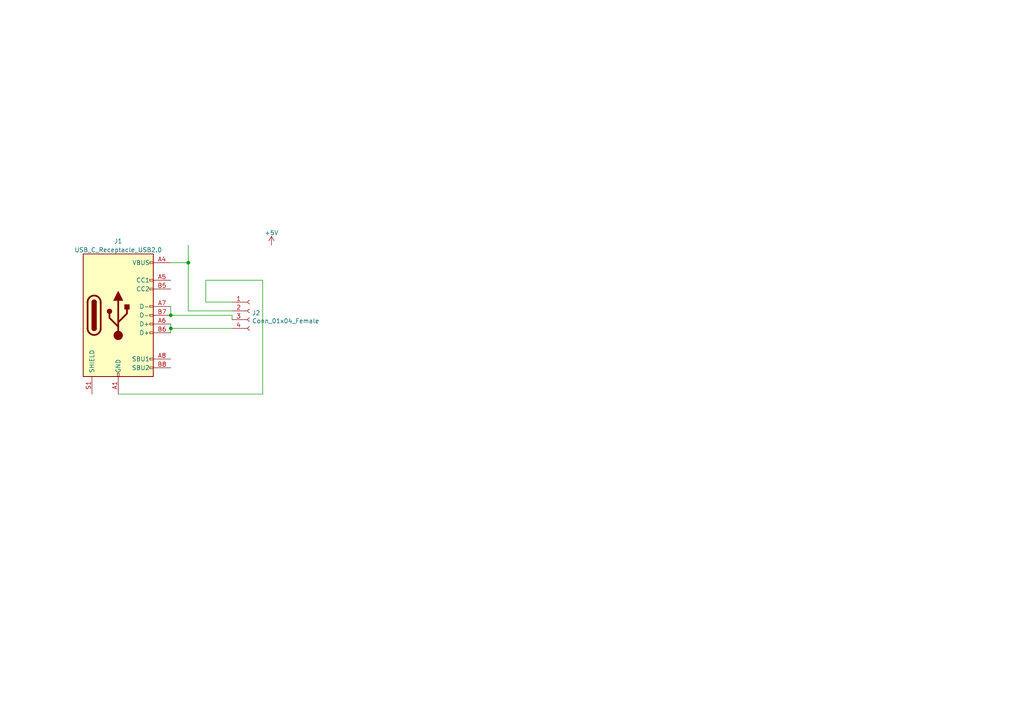
<source format=kicad_sch>
(kicad_sch (version 20211123) (generator eeschema)
  (paper "A4")
  (lib_symbols
    (symbol "Connector:Conn_01x04_Female" (pin_names (offset 1.016) hide)
      (property "Reference" "J" (at 0 5.08 0))
      (property "Value" "Conn_01x04_Female" (at 0 -7.62 0))
      (symbol "Conn_01x04_Female_1_1"
        (arc (start 0 -4.572) (mid -0.508 -5.08) (end 0 -5.588) (stroke (width 0.1524)))
        (arc (start 0 -2.032) (mid -0.508 -2.54) (end 0 -3.048) (stroke (width 0.1524)))
        (polyline (pts (xy -1.27 -5.08) (xy -0.508 -5.08)) (stroke (width 0.1524)))
        (polyline (pts (xy -1.27 -2.54) (xy -0.508 -2.54)) (stroke (width 0.1524)))
        (polyline (pts (xy -1.27 0) (xy -0.508 0)) (stroke (width 0.1524)))
        (polyline (pts (xy -1.27 2.54) (xy -0.508 2.54)) (stroke (width 0.1524)))
        (arc (start 0 0.508) (mid -0.508 0) (end 0 -0.508) (stroke (width 0.1524)))
        (arc (start 0 3.048) (mid -0.508 2.54) (end 0 2.032) (stroke (width 0.1524)))
        (pin passive line (at -5.08 2.54 0) (length 3.81) (name "Pin_1") (number "1"))
        (pin passive line (at -5.08 0 0) (length 3.81) (name "Pin_2") (number "2"))
        (pin passive line (at -5.08 -2.54 0) (length 3.81) (name "Pin_3") (number "3"))
        (pin passive line (at -5.08 -5.08 0) (length 3.81) (name "Pin_4") (number "4"))
      )
    )
    (symbol "Connector:USB_C_Receptacle_USB2.0" (pin_names (offset 1.016))
      (property "Reference" "J" (at -10.16 19.05 0))
      (property "Value" "USB_C_Receptacle_USB2.0" (at 19.05 19.05 0))
      (symbol "USB_C_Receptacle_USB2.0_0_0"
        (rectangle (start -0.254 -17.78) (end 0.254 -16.764))
        (rectangle (start 10.16 -14.986) (end 9.144 -15.494))
        (rectangle (start 10.16 -12.446) (end 9.144 -12.954))
        (rectangle (start 10.16 -4.826) (end 9.144 -5.334))
        (rectangle (start 10.16 -2.286) (end 9.144 -2.794))
        (rectangle (start 10.16 0.254) (end 9.144 -0.254))
        (rectangle (start 10.16 2.794) (end 9.144 2.286))
        (rectangle (start 10.16 7.874) (end 9.144 7.366))
        (rectangle (start 10.16 10.414) (end 9.144 9.906))
        (rectangle (start 10.16 15.494) (end 9.144 14.986))
      )
      (symbol "USB_C_Receptacle_USB2.0_0_1"
        (rectangle (start -10.16 17.78) (end 10.16 -17.78) (stroke (width 0.254)) (fill (type background)))
        (arc (start -8.89 -3.81) (mid -6.985 -5.715) (end -5.08 -3.81) (stroke (width 0.508)))
        (arc (start -7.62 -3.81) (mid -6.985 -4.445) (end -6.35 -3.81) (stroke (width 0.254)))
        (arc (start -7.62 -3.81) (mid -6.985 -4.445) (end -6.35 -3.81) (stroke (width 0.254)) (fill (type outline)))
        (rectangle (start -7.62 -3.81) (end -6.35 3.81) (stroke (width 0.254)) (fill (type outline)))
        (arc (start -6.35 3.81) (mid -6.985 4.445) (end -7.62 3.81) (stroke (width 0.254)))
        (arc (start -6.35 3.81) (mid -6.985 4.445) (end -7.62 3.81) (stroke (width 0.254)) (fill (type outline)))
        (arc (start -5.08 3.81) (mid -6.985 5.715) (end -8.89 3.81) (stroke (width 0.508)))
        (circle (center -2.54 1.143) (radius 0.635) (stroke (width 0.254)) (fill (type outline)))
        (circle (center 0 -5.842) (radius 1.27) (fill (type outline)))
        (polyline (pts (xy -8.89 -3.81) (xy -8.89 3.81)) (stroke (width 0.508)))
        (polyline (pts (xy -5.08 3.81) (xy -5.08 -3.81)) (stroke (width 0.508)))
        (polyline (pts (xy 0 -5.842) (xy 0 4.318)) (stroke (width 0.508)))
        (polyline (pts (xy 0 -3.302) (xy -2.54 -0.762) (xy -2.54 0.508)) (stroke (width 0.508)))
        (polyline (pts (xy 0 -2.032) (xy 2.54 0.508) (xy 2.54 1.778)) (stroke (width 0.508)))
        (polyline (pts (xy -1.27 4.318) (xy 0 6.858) (xy 1.27 4.318) (xy -1.27 4.318)) (stroke (width 0.254)) (fill (type outline)))
        (rectangle (start 1.905 1.778) (end 3.175 3.048) (stroke (width 0.254)) (fill (type outline)))
      )
      (symbol "USB_C_Receptacle_USB2.0_1_1"
        (pin passive line (at 0 -22.86 90) (length 5.08) (name "GND") (number "A1"))
        (pin passive line (at 0 -22.86 90) (length 5.08) hide (name "GND") (number "A12"))
        (pin passive line (at 15.24 15.24 180) (length 5.08) (name "VBUS") (number "A4"))
        (pin bidirectional line (at 15.24 10.16 180) (length 5.08) (name "CC1") (number "A5"))
        (pin bidirectional line (at 15.24 -2.54 180) (length 5.08) (name "D+") (number "A6"))
        (pin bidirectional line (at 15.24 2.54 180) (length 5.08) (name "D-") (number "A7"))
        (pin bidirectional line (at 15.24 -12.7 180) (length 5.08) (name "SBU1") (number "A8"))
        (pin passive line (at 15.24 15.24 180) (length 5.08) hide (name "VBUS") (number "A9"))
        (pin passive line (at 0 -22.86 90) (length 5.08) hide (name "GND") (number "B1"))
        (pin passive line (at 0 -22.86 90) (length 5.08) hide (name "GND") (number "B12"))
        (pin passive line (at 15.24 15.24 180) (length 5.08) hide (name "VBUS") (number "B4"))
        (pin bidirectional line (at 15.24 7.62 180) (length 5.08) (name "CC2") (number "B5"))
        (pin bidirectional line (at 15.24 -5.08 180) (length 5.08) (name "D+") (number "B6"))
        (pin bidirectional line (at 15.24 0 180) (length 5.08) (name "D-") (number "B7"))
        (pin bidirectional line (at 15.24 -15.24 180) (length 5.08) (name "SBU2") (number "B8"))
        (pin passive line (at 15.24 15.24 180) (length 5.08) hide (name "VBUS") (number "B9"))
        (pin passive line (at -7.62 -22.86 90) (length 5.08) (name "SHIELD") (number "S1"))
      )
    )
    (symbol "power:+5V" (power) (pin_names (offset 0))
      (property "Value" "+5V" (at 0 3.556 0))
      (symbol "+5V_0_1"
        (polyline (pts (xy -0.762 1.27) (xy 0 2.54)))
        (polyline (pts (xy 0 0) (xy 0 2.54)))
        (polyline (pts (xy 0 2.54) (xy 0.762 1.27)))
      )
      (symbol "+5V_1_1"
        (pin power_in line (at 0 0 90) (length 0) hide (name "+5V") (number "1"))
      )
    )
  )
  (junction (at 54.61 76.2))
  (junction (at 49.53 95.25))
  (junction (at 49.53 91.44))
  (wire (pts (xy 49.53 93.98) (xy 49.53 95.25)))
  (wire (pts (xy 49.53 88.9) (xy 49.53 91.44)))
  (wire (pts (xy 34.29 114.3) (xy 76.2 114.3)))
  (wire (pts (xy 49.53 95.25) (xy 49.53 96.52)))
  (wire (pts (xy 67.31 91.44) (xy 67.31 92.71)))
  (wire (pts (xy 67.31 90.17) (xy 54.61 90.17)))
  (wire (pts (xy 54.61 90.17) (xy 54.61 76.2)))
  (wire (pts (xy 76.2 81.28) (xy 59.69 81.28)))
  (wire (pts (xy 49.53 76.2) (xy 54.61 76.2)))
  (wire (pts (xy 59.69 87.63) (xy 67.31 87.63)))
  (wire (pts (xy 67.31 95.25) (xy 49.53 95.25)))
  (wire (pts (xy 59.69 81.28) (xy 59.69 87.63)))
  (wire (pts (xy 49.53 91.44) (xy 67.31 91.44)))
  (wire (pts (xy 54.61 76.2) (xy 54.61 71.12)))
  (wire (pts (xy 76.2 114.3) (xy 76.2 81.28)))
  (symbol (lib_id "Connector:USB_C_Receptacle_USB2.0") (at 34.29 91.44 0) (unit 1)
    (property "Reference" "J1" (at 34.29 69.9602 0))
    (property "Value" "USB_C_Receptacle_USB2.0" (at 34.29 72.4971 0))
    (property "Footprint" "usb:USB_C_Receptacle_XKB_U262-16XN-4BVC11" (effects hide))
    (property "Datasheet" "https://www.usb.org/sites/default/files/documents/usb_type-c.zip" (effects hide))
  )
  (symbol (lib_id "power:+5V") (at 78.74 71.12 0) (unit 1)
    (property "Reference" "#PWR0101" (effects hide))
    (property "Value" "+5V" (at 78.74 67.5442 0))
  )
  (symbol (lib_id "Connector:Conn_01x04_Female") (at 72.39 90.17 0) (unit 1)
    (property "Reference" "J2" (at 73.1012 90.7796 0) (effects (justify left)))
    (property "Value" "Conn_01x04_Female" (at 73.1012 93.091 0) (effects (justify left)))
    (property "Footprint" "Connector_PinHeader_2.00mm:PinHeader_1x04_P2.00mm_Vertical" (effects hide))
  )
)
</source>
